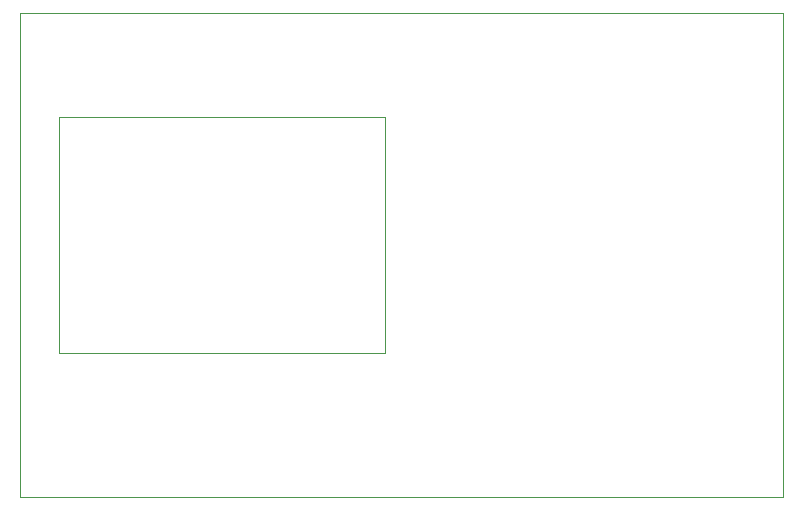
<source format=gbr>
%TF.GenerationSoftware,KiCad,Pcbnew,8.0.0-unknown-202403021604~8dce6c0b67~ubuntu22.04.1*%
%TF.CreationDate,2024-03-03T10:33:34+05:30*%
%TF.ProjectId,HF-PA-v10,48462d50-412d-4763-9130-2e6b69636164,rev?*%
%TF.SameCoordinates,Original*%
%TF.FileFunction,Profile,NP*%
%FSLAX46Y46*%
G04 Gerber Fmt 4.6, Leading zero omitted, Abs format (unit mm)*
G04 Created by KiCad (PCBNEW 8.0.0-unknown-202403021604~8dce6c0b67~ubuntu22.04.1) date 2024-03-03 10:33:34*
%MOMM*%
%LPD*%
G01*
G04 APERTURE LIST*
%TA.AperFunction,Profile*%
%ADD10C,0.100000*%
%TD*%
G04 APERTURE END LIST*
D10*
X142650000Y-62675000D02*
X207250000Y-62675000D01*
X207250000Y-103675000D01*
X142650000Y-103675000D01*
X142650000Y-62675000D01*
X146000000Y-71480000D02*
X173550000Y-71480000D01*
X173550000Y-91500000D01*
X146000000Y-91500000D01*
X146000000Y-71480000D01*
M02*

</source>
